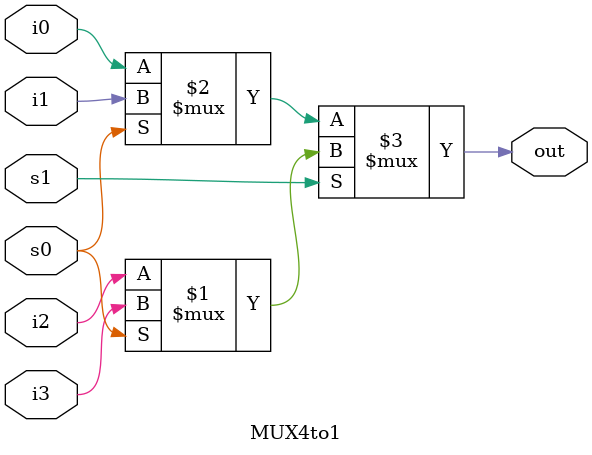
<source format=v>
/* this verilog code represent how we can implement 4 to 1 mux with 
Dataflow Level modeling. Here we have used conditional operators to implement 
the functionality of the 4 to 1 mux  */

//module declaration 
// ports list
module MUX4to1(out, i0, i1, i2, i3, s0, s1);
// ports declaration wether the ports are input or output 
input i0, i1, i2, i3 ;
input s0, s1 ;
output out ;
// conditional statment
assign out = s1?(s0?i3:i2):(s0?i1:i0);
endmodule 
// the stimulus block that we initially genarated wil not change 
//top level module 

</source>
